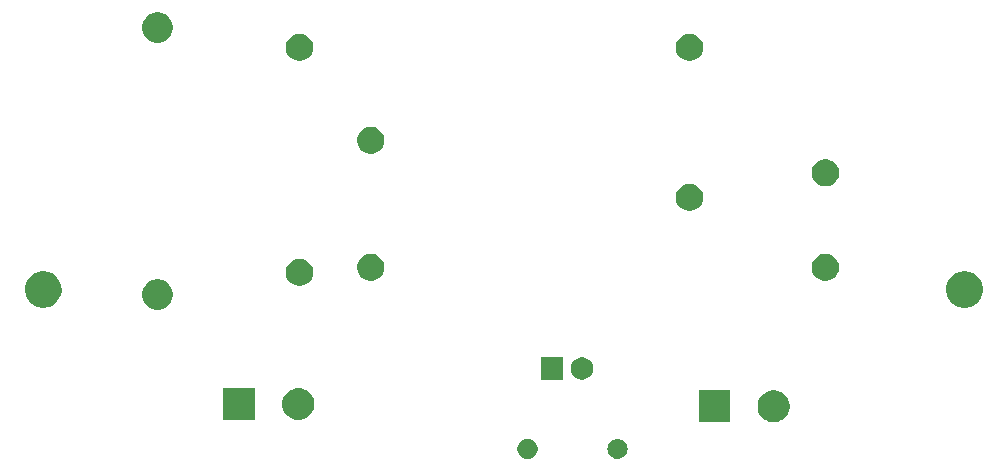
<source format=gbr>
%TF.GenerationSoftware,KiCad,Pcbnew,(5.0.2-5)-5*%
%TF.CreationDate,2019-04-17T13:51:17+02:00*%
%TF.ProjectId,PowerSupply,506f7765-7253-4757-9070-6c792e6b6963,rev?*%
%TF.SameCoordinates,Original*%
%TF.FileFunction,Soldermask,Top*%
%TF.FilePolarity,Negative*%
%FSLAX46Y46*%
G04 Gerber Fmt 4.6, Leading zero omitted, Abs format (unit mm)*
G04 Created by KiCad (PCBNEW (5.0.2-5)-5) date 2019 April 17, Wednesday 13:51:17*
%MOMM*%
%LPD*%
G01*
G04 APERTURE LIST*
%ADD10C,0.150000*%
G04 APERTURE END LIST*
D10*
G36*
X166986821Y-109061313D02*
X166986824Y-109061314D01*
X166986825Y-109061314D01*
X167147239Y-109109975D01*
X167147241Y-109109976D01*
X167147244Y-109109977D01*
X167295078Y-109188995D01*
X167424659Y-109295341D01*
X167531005Y-109424922D01*
X167610023Y-109572756D01*
X167610024Y-109572759D01*
X167610025Y-109572761D01*
X167658686Y-109733175D01*
X167658687Y-109733179D01*
X167675117Y-109900000D01*
X167658687Y-110066821D01*
X167658686Y-110066824D01*
X167658686Y-110066825D01*
X167633993Y-110148228D01*
X167610023Y-110227244D01*
X167531005Y-110375078D01*
X167424659Y-110504659D01*
X167295078Y-110611005D01*
X167147244Y-110690023D01*
X167147241Y-110690024D01*
X167147239Y-110690025D01*
X166986825Y-110738686D01*
X166986824Y-110738686D01*
X166986821Y-110738687D01*
X166861804Y-110751000D01*
X166778196Y-110751000D01*
X166653179Y-110738687D01*
X166653176Y-110738686D01*
X166653175Y-110738686D01*
X166492761Y-110690025D01*
X166492759Y-110690024D01*
X166492756Y-110690023D01*
X166344922Y-110611005D01*
X166215341Y-110504659D01*
X166108995Y-110375078D01*
X166029977Y-110227244D01*
X166006008Y-110148228D01*
X165981314Y-110066825D01*
X165981314Y-110066824D01*
X165981313Y-110066821D01*
X165964883Y-109900000D01*
X165981313Y-109733179D01*
X165981314Y-109733175D01*
X166029975Y-109572761D01*
X166029976Y-109572759D01*
X166029977Y-109572756D01*
X166108995Y-109424922D01*
X166215341Y-109295341D01*
X166344922Y-109188995D01*
X166492756Y-109109977D01*
X166492759Y-109109976D01*
X166492761Y-109109975D01*
X166653175Y-109061314D01*
X166653176Y-109061314D01*
X166653179Y-109061313D01*
X166778196Y-109049000D01*
X166861804Y-109049000D01*
X166986821Y-109061313D01*
X166986821Y-109061313D01*
G37*
G36*
X159448228Y-109081703D02*
X159603100Y-109145853D01*
X159742481Y-109238985D01*
X159861015Y-109357519D01*
X159954147Y-109496900D01*
X160018297Y-109651772D01*
X160051000Y-109816184D01*
X160051000Y-109983816D01*
X160018297Y-110148228D01*
X159954147Y-110303100D01*
X159861015Y-110442481D01*
X159742481Y-110561015D01*
X159603100Y-110654147D01*
X159448228Y-110718297D01*
X159283816Y-110751000D01*
X159116184Y-110751000D01*
X158951772Y-110718297D01*
X158796900Y-110654147D01*
X158657519Y-110561015D01*
X158538985Y-110442481D01*
X158445853Y-110303100D01*
X158381703Y-110148228D01*
X158349000Y-109983816D01*
X158349000Y-109816184D01*
X158381703Y-109651772D01*
X158445853Y-109496900D01*
X158538985Y-109357519D01*
X158657519Y-109238985D01*
X158796900Y-109145853D01*
X158951772Y-109081703D01*
X159116184Y-109049000D01*
X159283816Y-109049000D01*
X159448228Y-109081703D01*
X159448228Y-109081703D01*
G37*
G36*
X180303567Y-104974959D02*
X180434072Y-105000918D01*
X180679939Y-105102759D01*
X180883515Y-105238785D01*
X180901215Y-105250612D01*
X181089388Y-105438785D01*
X181089390Y-105438788D01*
X181237241Y-105660061D01*
X181339082Y-105905928D01*
X181391000Y-106166938D01*
X181391000Y-106433062D01*
X181339082Y-106694072D01*
X181237241Y-106939939D01*
X181097291Y-107149388D01*
X181089388Y-107161215D01*
X180901215Y-107349388D01*
X180901212Y-107349390D01*
X180679939Y-107497241D01*
X180434072Y-107599082D01*
X180303567Y-107625041D01*
X180173063Y-107651000D01*
X179906937Y-107651000D01*
X179776433Y-107625041D01*
X179645928Y-107599082D01*
X179400061Y-107497241D01*
X179178788Y-107349390D01*
X179178785Y-107349388D01*
X178990612Y-107161215D01*
X178982709Y-107149388D01*
X178842759Y-106939939D01*
X178740918Y-106694072D01*
X178689000Y-106433062D01*
X178689000Y-106166938D01*
X178740918Y-105905928D01*
X178842759Y-105660061D01*
X178990610Y-105438788D01*
X178990612Y-105438785D01*
X179178785Y-105250612D01*
X179196485Y-105238785D01*
X179400061Y-105102759D01*
X179645928Y-105000918D01*
X179776433Y-104974959D01*
X179906937Y-104949000D01*
X180173063Y-104949000D01*
X180303567Y-104974959D01*
X180303567Y-104974959D01*
G37*
G36*
X176391000Y-107651000D02*
X173689000Y-107651000D01*
X173689000Y-104949000D01*
X176391000Y-104949000D01*
X176391000Y-107651000D01*
X176391000Y-107651000D01*
G37*
G36*
X140063567Y-104774959D02*
X140194072Y-104800918D01*
X140439939Y-104902759D01*
X140586843Y-105000918D01*
X140661215Y-105050612D01*
X140849388Y-105238785D01*
X140849390Y-105238788D01*
X140997241Y-105460061D01*
X141099082Y-105705928D01*
X141151000Y-105966938D01*
X141151000Y-106233062D01*
X141099082Y-106494072D01*
X140997241Y-106739939D01*
X140863604Y-106939939D01*
X140849388Y-106961215D01*
X140661215Y-107149388D01*
X140661212Y-107149390D01*
X140439939Y-107297241D01*
X140194072Y-107399082D01*
X140063567Y-107425041D01*
X139933063Y-107451000D01*
X139666937Y-107451000D01*
X139536433Y-107425041D01*
X139405928Y-107399082D01*
X139160061Y-107297241D01*
X138938788Y-107149390D01*
X138938785Y-107149388D01*
X138750612Y-106961215D01*
X138736396Y-106939939D01*
X138602759Y-106739939D01*
X138500918Y-106494072D01*
X138449000Y-106233062D01*
X138449000Y-105966938D01*
X138500918Y-105705928D01*
X138602759Y-105460061D01*
X138750610Y-105238788D01*
X138750612Y-105238785D01*
X138938785Y-105050612D01*
X139013157Y-105000918D01*
X139160061Y-104902759D01*
X139405928Y-104800918D01*
X139536433Y-104774959D01*
X139666937Y-104749000D01*
X139933063Y-104749000D01*
X140063567Y-104774959D01*
X140063567Y-104774959D01*
G37*
G36*
X136151000Y-107451000D02*
X133449000Y-107451000D01*
X133449000Y-104749000D01*
X136151000Y-104749000D01*
X136151000Y-107451000D01*
X136151000Y-107451000D01*
G37*
G36*
X164077396Y-102185546D02*
X164250466Y-102257234D01*
X164406230Y-102361312D01*
X164538688Y-102493770D01*
X164642766Y-102649534D01*
X164714454Y-102822604D01*
X164751000Y-103006333D01*
X164751000Y-103193667D01*
X164714454Y-103377396D01*
X164642766Y-103550466D01*
X164538688Y-103706230D01*
X164406230Y-103838688D01*
X164250466Y-103942766D01*
X164077396Y-104014454D01*
X163893667Y-104051000D01*
X163706333Y-104051000D01*
X163522604Y-104014454D01*
X163349534Y-103942766D01*
X163193770Y-103838688D01*
X163061312Y-103706230D01*
X162957234Y-103550466D01*
X162885546Y-103377396D01*
X162849000Y-103193667D01*
X162849000Y-103006333D01*
X162885546Y-102822604D01*
X162957234Y-102649534D01*
X163061312Y-102493770D01*
X163193770Y-102361312D01*
X163349534Y-102257234D01*
X163522604Y-102185546D01*
X163706333Y-102149000D01*
X163893667Y-102149000D01*
X164077396Y-102185546D01*
X164077396Y-102185546D01*
G37*
G36*
X162211000Y-104051000D02*
X160309000Y-104051000D01*
X160309000Y-102149000D01*
X162211000Y-102149000D01*
X162211000Y-104051000D01*
X162211000Y-104051000D01*
G37*
G36*
X128259485Y-95568996D02*
X128259487Y-95568997D01*
X128259488Y-95568997D01*
X128423102Y-95636768D01*
X128496255Y-95667069D01*
X128709342Y-95809449D01*
X128890551Y-95990658D01*
X129032931Y-96203745D01*
X129131004Y-96440515D01*
X129181000Y-96691861D01*
X129181000Y-96948139D01*
X129131004Y-97199485D01*
X129032931Y-97436255D01*
X128890551Y-97649342D01*
X128709342Y-97830551D01*
X128709339Y-97830553D01*
X128496255Y-97972931D01*
X128259488Y-98071003D01*
X128259487Y-98071003D01*
X128259485Y-98071004D01*
X128008139Y-98121000D01*
X127751861Y-98121000D01*
X127500515Y-98071004D01*
X127500513Y-98071003D01*
X127500512Y-98071003D01*
X127263745Y-97972931D01*
X127050661Y-97830553D01*
X127050658Y-97830551D01*
X126869449Y-97649342D01*
X126727069Y-97436255D01*
X126628996Y-97199485D01*
X126579000Y-96948139D01*
X126579000Y-96691861D01*
X126628996Y-96440515D01*
X126727069Y-96203745D01*
X126869449Y-95990658D01*
X127050658Y-95809449D01*
X127263745Y-95667069D01*
X127336898Y-95636768D01*
X127500512Y-95568997D01*
X127500513Y-95568997D01*
X127500515Y-95568996D01*
X127751861Y-95519000D01*
X128008139Y-95519000D01*
X128259485Y-95568996D01*
X128259485Y-95568996D01*
G37*
G36*
X196552527Y-94888736D02*
X196652410Y-94908604D01*
X196934674Y-95025521D01*
X197188705Y-95195259D01*
X197404741Y-95411295D01*
X197574479Y-95665326D01*
X197648504Y-95844040D01*
X197691396Y-95947591D01*
X197742349Y-96203745D01*
X197751000Y-96247240D01*
X197751000Y-96552760D01*
X197691396Y-96852410D01*
X197574479Y-97134674D01*
X197404741Y-97388705D01*
X197188705Y-97604741D01*
X196934674Y-97774479D01*
X196652410Y-97891396D01*
X196552527Y-97911264D01*
X196352762Y-97951000D01*
X196047238Y-97951000D01*
X195847473Y-97911264D01*
X195747590Y-97891396D01*
X195465326Y-97774479D01*
X195211295Y-97604741D01*
X194995259Y-97388705D01*
X194825521Y-97134674D01*
X194708604Y-96852410D01*
X194649000Y-96552760D01*
X194649000Y-96247240D01*
X194657652Y-96203745D01*
X194708604Y-95947591D01*
X194751496Y-95844040D01*
X194825521Y-95665326D01*
X194995259Y-95411295D01*
X195211295Y-95195259D01*
X195465326Y-95025521D01*
X195747590Y-94908604D01*
X195847473Y-94888736D01*
X196047238Y-94849000D01*
X196352762Y-94849000D01*
X196552527Y-94888736D01*
X196552527Y-94888736D01*
G37*
G36*
X118552527Y-94888736D02*
X118652410Y-94908604D01*
X118934674Y-95025521D01*
X119188705Y-95195259D01*
X119404741Y-95411295D01*
X119574479Y-95665326D01*
X119648504Y-95844040D01*
X119691396Y-95947591D01*
X119742349Y-96203745D01*
X119751000Y-96247240D01*
X119751000Y-96552760D01*
X119691396Y-96852410D01*
X119574479Y-97134674D01*
X119404741Y-97388705D01*
X119188705Y-97604741D01*
X118934674Y-97774479D01*
X118652410Y-97891396D01*
X118552527Y-97911264D01*
X118352762Y-97951000D01*
X118047238Y-97951000D01*
X117847473Y-97911264D01*
X117747590Y-97891396D01*
X117465326Y-97774479D01*
X117211295Y-97604741D01*
X116995259Y-97388705D01*
X116825521Y-97134674D01*
X116708604Y-96852410D01*
X116649000Y-96552760D01*
X116649000Y-96247240D01*
X116657652Y-96203745D01*
X116708604Y-95947591D01*
X116751496Y-95844040D01*
X116825521Y-95665326D01*
X116995259Y-95411295D01*
X117211295Y-95195259D01*
X117465326Y-95025521D01*
X117747590Y-94908604D01*
X117847473Y-94888736D01*
X118047238Y-94849000D01*
X118352762Y-94849000D01*
X118552527Y-94888736D01*
X118552527Y-94888736D01*
G37*
G36*
X140235734Y-93843232D02*
X140445202Y-93929996D01*
X140633723Y-94055962D01*
X140794038Y-94216277D01*
X140920004Y-94404798D01*
X141006768Y-94614266D01*
X141051000Y-94836635D01*
X141051000Y-95063365D01*
X141006768Y-95285734D01*
X140920004Y-95495202D01*
X140794038Y-95683723D01*
X140633723Y-95844038D01*
X140445202Y-95970004D01*
X140235734Y-96056768D01*
X140013365Y-96101000D01*
X139786635Y-96101000D01*
X139564266Y-96056768D01*
X139354798Y-95970004D01*
X139166277Y-95844038D01*
X139005962Y-95683723D01*
X138879996Y-95495202D01*
X138793232Y-95285734D01*
X138749000Y-95063365D01*
X138749000Y-94836635D01*
X138793232Y-94614266D01*
X138879996Y-94404798D01*
X139005962Y-94216277D01*
X139166277Y-94055962D01*
X139354798Y-93929996D01*
X139564266Y-93843232D01*
X139786635Y-93799000D01*
X140013365Y-93799000D01*
X140235734Y-93843232D01*
X140235734Y-93843232D01*
G37*
G36*
X146265734Y-93423232D02*
X146475202Y-93509996D01*
X146663723Y-93635962D01*
X146824038Y-93796277D01*
X146950004Y-93984798D01*
X147036768Y-94194266D01*
X147081000Y-94416635D01*
X147081000Y-94643365D01*
X147036768Y-94865734D01*
X146950004Y-95075202D01*
X146824038Y-95263723D01*
X146663723Y-95424038D01*
X146475202Y-95550004D01*
X146265734Y-95636768D01*
X146043365Y-95681000D01*
X145816635Y-95681000D01*
X145594266Y-95636768D01*
X145384798Y-95550004D01*
X145196277Y-95424038D01*
X145035962Y-95263723D01*
X144909996Y-95075202D01*
X144823232Y-94865734D01*
X144779000Y-94643365D01*
X144779000Y-94416635D01*
X144823232Y-94194266D01*
X144909996Y-93984798D01*
X145035962Y-93796277D01*
X145196277Y-93635962D01*
X145384798Y-93509996D01*
X145594266Y-93423232D01*
X145816635Y-93379000D01*
X146043365Y-93379000D01*
X146265734Y-93423232D01*
X146265734Y-93423232D01*
G37*
G36*
X184765734Y-93423232D02*
X184975202Y-93509996D01*
X185163723Y-93635962D01*
X185324038Y-93796277D01*
X185450004Y-93984798D01*
X185536768Y-94194266D01*
X185581000Y-94416635D01*
X185581000Y-94643365D01*
X185536768Y-94865734D01*
X185450004Y-95075202D01*
X185324038Y-95263723D01*
X185163723Y-95424038D01*
X184975202Y-95550004D01*
X184765734Y-95636768D01*
X184543365Y-95681000D01*
X184316635Y-95681000D01*
X184094266Y-95636768D01*
X183884798Y-95550004D01*
X183696277Y-95424038D01*
X183535962Y-95263723D01*
X183409996Y-95075202D01*
X183323232Y-94865734D01*
X183279000Y-94643365D01*
X183279000Y-94416635D01*
X183323232Y-94194266D01*
X183409996Y-93984798D01*
X183535962Y-93796277D01*
X183696277Y-93635962D01*
X183884798Y-93509996D01*
X184094266Y-93423232D01*
X184316635Y-93379000D01*
X184543365Y-93379000D01*
X184765734Y-93423232D01*
X184765734Y-93423232D01*
G37*
G36*
X173255734Y-87493232D02*
X173465202Y-87579996D01*
X173653723Y-87705962D01*
X173814038Y-87866277D01*
X173940004Y-88054798D01*
X174026768Y-88264266D01*
X174071000Y-88486635D01*
X174071000Y-88713365D01*
X174026768Y-88935734D01*
X173940004Y-89145202D01*
X173814038Y-89333723D01*
X173653723Y-89494038D01*
X173465202Y-89620004D01*
X173255734Y-89706768D01*
X173033365Y-89751000D01*
X172806635Y-89751000D01*
X172584266Y-89706768D01*
X172374798Y-89620004D01*
X172186277Y-89494038D01*
X172025962Y-89333723D01*
X171899996Y-89145202D01*
X171813232Y-88935734D01*
X171769000Y-88713365D01*
X171769000Y-88486635D01*
X171813232Y-88264266D01*
X171899996Y-88054798D01*
X172025962Y-87866277D01*
X172186277Y-87705962D01*
X172374798Y-87579996D01*
X172584266Y-87493232D01*
X172806635Y-87449000D01*
X173033365Y-87449000D01*
X173255734Y-87493232D01*
X173255734Y-87493232D01*
G37*
G36*
X184765734Y-85423232D02*
X184975202Y-85509996D01*
X185163723Y-85635962D01*
X185324038Y-85796277D01*
X185450004Y-85984798D01*
X185536768Y-86194266D01*
X185581000Y-86416635D01*
X185581000Y-86643365D01*
X185536768Y-86865734D01*
X185450004Y-87075202D01*
X185324038Y-87263723D01*
X185163723Y-87424038D01*
X184975202Y-87550004D01*
X184765734Y-87636768D01*
X184543365Y-87681000D01*
X184316635Y-87681000D01*
X184094266Y-87636768D01*
X183884798Y-87550004D01*
X183696277Y-87424038D01*
X183535962Y-87263723D01*
X183409996Y-87075202D01*
X183323232Y-86865734D01*
X183279000Y-86643365D01*
X183279000Y-86416635D01*
X183323232Y-86194266D01*
X183409996Y-85984798D01*
X183535962Y-85796277D01*
X183696277Y-85635962D01*
X183884798Y-85509996D01*
X184094266Y-85423232D01*
X184316635Y-85379000D01*
X184543365Y-85379000D01*
X184765734Y-85423232D01*
X184765734Y-85423232D01*
G37*
G36*
X146265734Y-82673232D02*
X146475202Y-82759996D01*
X146663723Y-82885962D01*
X146824038Y-83046277D01*
X146950004Y-83234798D01*
X147036768Y-83444266D01*
X147081000Y-83666635D01*
X147081000Y-83893365D01*
X147036768Y-84115734D01*
X146950004Y-84325202D01*
X146824038Y-84513723D01*
X146663723Y-84674038D01*
X146475202Y-84800004D01*
X146265734Y-84886768D01*
X146043365Y-84931000D01*
X145816635Y-84931000D01*
X145594266Y-84886768D01*
X145384798Y-84800004D01*
X145196277Y-84674038D01*
X145035962Y-84513723D01*
X144909996Y-84325202D01*
X144823232Y-84115734D01*
X144779000Y-83893365D01*
X144779000Y-83666635D01*
X144823232Y-83444266D01*
X144909996Y-83234798D01*
X145035962Y-83046277D01*
X145196277Y-82885962D01*
X145384798Y-82759996D01*
X145594266Y-82673232D01*
X145816635Y-82629000D01*
X146043365Y-82629000D01*
X146265734Y-82673232D01*
X146265734Y-82673232D01*
G37*
G36*
X173255734Y-74793232D02*
X173465202Y-74879996D01*
X173653723Y-75005962D01*
X173814038Y-75166277D01*
X173940004Y-75354798D01*
X174026768Y-75564266D01*
X174071000Y-75786635D01*
X174071000Y-76013365D01*
X174026768Y-76235734D01*
X173940004Y-76445202D01*
X173814038Y-76633723D01*
X173653723Y-76794038D01*
X173465202Y-76920004D01*
X173255734Y-77006768D01*
X173033365Y-77051000D01*
X172806635Y-77051000D01*
X172584266Y-77006768D01*
X172374798Y-76920004D01*
X172186277Y-76794038D01*
X172025962Y-76633723D01*
X171899996Y-76445202D01*
X171813232Y-76235734D01*
X171769000Y-76013365D01*
X171769000Y-75786635D01*
X171813232Y-75564266D01*
X171899996Y-75354798D01*
X172025962Y-75166277D01*
X172186277Y-75005962D01*
X172374798Y-74879996D01*
X172584266Y-74793232D01*
X172806635Y-74749000D01*
X173033365Y-74749000D01*
X173255734Y-74793232D01*
X173255734Y-74793232D01*
G37*
G36*
X140235734Y-74793232D02*
X140445202Y-74879996D01*
X140633723Y-75005962D01*
X140794038Y-75166277D01*
X140920004Y-75354798D01*
X141006768Y-75564266D01*
X141051000Y-75786635D01*
X141051000Y-76013365D01*
X141006768Y-76235734D01*
X140920004Y-76445202D01*
X140794038Y-76633723D01*
X140633723Y-76794038D01*
X140445202Y-76920004D01*
X140235734Y-77006768D01*
X140013365Y-77051000D01*
X139786635Y-77051000D01*
X139564266Y-77006768D01*
X139354798Y-76920004D01*
X139166277Y-76794038D01*
X139005962Y-76633723D01*
X138879996Y-76445202D01*
X138793232Y-76235734D01*
X138749000Y-76013365D01*
X138749000Y-75786635D01*
X138793232Y-75564266D01*
X138879996Y-75354798D01*
X139005962Y-75166277D01*
X139166277Y-75005962D01*
X139354798Y-74879996D01*
X139564266Y-74793232D01*
X139786635Y-74749000D01*
X140013365Y-74749000D01*
X140235734Y-74793232D01*
X140235734Y-74793232D01*
G37*
G36*
X128259485Y-72968996D02*
X128259487Y-72968997D01*
X128259488Y-72968997D01*
X128496255Y-73067069D01*
X128709342Y-73209449D01*
X128890551Y-73390658D01*
X129032931Y-73603745D01*
X129131004Y-73840515D01*
X129181000Y-74091861D01*
X129181000Y-74348139D01*
X129131004Y-74599485D01*
X129032931Y-74836255D01*
X128890551Y-75049342D01*
X128709342Y-75230551D01*
X128709339Y-75230553D01*
X128496255Y-75372931D01*
X128259488Y-75471003D01*
X128259487Y-75471003D01*
X128259485Y-75471004D01*
X128008139Y-75521000D01*
X127751861Y-75521000D01*
X127500515Y-75471004D01*
X127500513Y-75471003D01*
X127500512Y-75471003D01*
X127263745Y-75372931D01*
X127050661Y-75230553D01*
X127050658Y-75230551D01*
X126869449Y-75049342D01*
X126727069Y-74836255D01*
X126628996Y-74599485D01*
X126579000Y-74348139D01*
X126579000Y-74091861D01*
X126628996Y-73840515D01*
X126727069Y-73603745D01*
X126869449Y-73390658D01*
X127050658Y-73209449D01*
X127263745Y-73067069D01*
X127500512Y-72968997D01*
X127500513Y-72968997D01*
X127500515Y-72968996D01*
X127751861Y-72919000D01*
X128008139Y-72919000D01*
X128259485Y-72968996D01*
X128259485Y-72968996D01*
G37*
M02*

</source>
